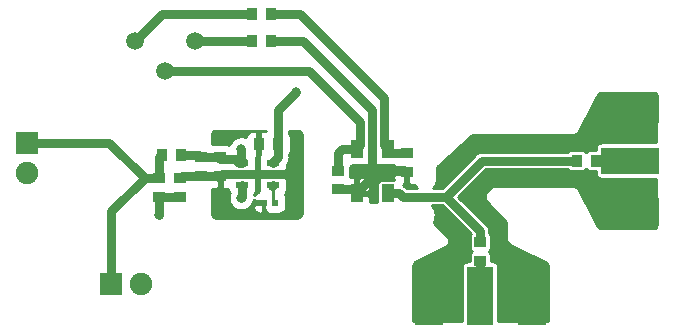
<source format=gtl>
G04 #@! TF.GenerationSoftware,KiCad,Pcbnew,5.1.4-e60b266~84~ubuntu18.04.1*
G04 #@! TF.CreationDate,2019-08-19T13:29:57+01:00*
G04 #@! TF.ProjectId,vctcxo-ref,76637463-786f-42d7-9265-662e6b696361,rev?*
G04 #@! TF.SameCoordinates,Original*
G04 #@! TF.FileFunction,Copper,L1,Top*
G04 #@! TF.FilePolarity,Positive*
%FSLAX46Y46*%
G04 Gerber Fmt 4.6, Leading zero omitted, Abs format (unit mm)*
G04 Created by KiCad (PCBNEW 5.1.4-e60b266~84~ubuntu18.04.1) date 2019-08-19 13:29:57*
%MOMM*%
%LPD*%
G04 APERTURE LIST*
%ADD10R,1.000000X1.500000*%
%ADD11R,1.000000X0.950000*%
%ADD12R,0.620000X0.620000*%
%ADD13R,0.950000X1.000000*%
%ADD14R,1.100000X0.600000*%
%ADD15R,1.900000X1.900000*%
%ADD16C,1.900000*%
%ADD17R,2.300000X5.000000*%
%ADD18R,2.400000X5.000000*%
%ADD19R,5.000000X2.300000*%
%ADD20R,5.000000X2.400000*%
%ADD21C,1.500000*%
%ADD22C,0.800000*%
%ADD23C,0.750000*%
%ADD24C,0.250000*%
%ADD25C,0.500000*%
%ADD26C,0.254000*%
G04 APERTURE END LIST*
D10*
X112746000Y-113289000D03*
X112746000Y-117089000D03*
X115346000Y-117089000D03*
X115346000Y-113289000D03*
D11*
X101155500Y-114008000D03*
X101155500Y-115608000D03*
D12*
X105796500Y-117856000D03*
X104896500Y-117856000D03*
D13*
X106019500Y-112903000D03*
X104419500Y-112903000D03*
D11*
X116967000Y-115290500D03*
X116967000Y-113690500D03*
X111125000Y-116751000D03*
X111125000Y-115151000D03*
D14*
X103030500Y-114493000D03*
X103030500Y-115443000D03*
X103030500Y-116393000D03*
X105630500Y-116393000D03*
X105630500Y-114493000D03*
D15*
X91948000Y-124714000D03*
D16*
X94488000Y-124714000D03*
D17*
X123190000Y-125730000D03*
D18*
X127565000Y-125730000D03*
X118815000Y-125730000D03*
D13*
X132943500Y-114300000D03*
X131343500Y-114300000D03*
D11*
X123190000Y-121183500D03*
X123190000Y-122783500D03*
D19*
X135890000Y-114300000D03*
D20*
X135890000Y-109925000D03*
X135890000Y-118675000D03*
D15*
X84836000Y-112776000D03*
D16*
X84836000Y-115316000D03*
D21*
X93980000Y-104140000D03*
X96520000Y-106680000D03*
X99060000Y-104140000D03*
D13*
X103848000Y-101854000D03*
X105448000Y-101854000D03*
X103848000Y-104140000D03*
X105448000Y-104140000D03*
D11*
X96012000Y-115786000D03*
X96012000Y-117386000D03*
X99568000Y-114008000D03*
X99568000Y-115608000D03*
D13*
X96228000Y-113792000D03*
X97828000Y-113792000D03*
D11*
X97790000Y-115786000D03*
X97790000Y-117386000D03*
D22*
X107569000Y-115570000D03*
X107569000Y-118618000D03*
X114046000Y-115062000D03*
X103632000Y-118745000D03*
X107569000Y-113919000D03*
X107569000Y-117094000D03*
X104394000Y-115443000D03*
X100965000Y-118618000D03*
X100965000Y-112268000D03*
X121920000Y-117348000D03*
X119761000Y-118491000D03*
X123825000Y-115443000D03*
X127127000Y-115443000D03*
X130302000Y-115443000D03*
X132207000Y-115824000D03*
X132207000Y-112776000D03*
X130302000Y-113157000D03*
X127889000Y-113157000D03*
X125476000Y-113157000D03*
X122936000Y-113157000D03*
X120015000Y-115951000D03*
X121412000Y-114554000D03*
X123190000Y-118618000D03*
X124460000Y-120269000D03*
X124587000Y-122047000D03*
X121793000Y-122047000D03*
X121412000Y-120142000D03*
X115316000Y-115062000D03*
X107569000Y-112268000D03*
X112776000Y-115062000D03*
X100965000Y-117221000D03*
X102933500Y-113284014D03*
X102933506Y-117475000D03*
X115062000Y-108965990D03*
X107569000Y-108483402D03*
X96012000Y-118872000D03*
D23*
X101485500Y-115443000D02*
X101155500Y-115773000D01*
X113055713Y-116567136D02*
X113025248Y-116535230D01*
X113054953Y-116600045D02*
X113055713Y-116567136D01*
X114046000Y-115608998D02*
X113054953Y-116600045D01*
X112408000Y-116751000D02*
X112746000Y-117089000D01*
X111125000Y-116751000D02*
X112408000Y-116751000D01*
X114046000Y-115062000D02*
X114046000Y-115608998D01*
X127565000Y-125730000D02*
X127565000Y-124430000D01*
X135890000Y-109925000D02*
X134590000Y-109925000D01*
X118815000Y-125730000D02*
X118815000Y-124430000D01*
X134590000Y-118675000D02*
X135890000Y-118675000D01*
X116738500Y-115062000D02*
X116967000Y-115290500D01*
X114046000Y-115062000D02*
X116738500Y-115062000D01*
X114046000Y-109982000D02*
X108204000Y-104140000D01*
X114046000Y-114808000D02*
X114046000Y-109982000D01*
X114046000Y-115062000D02*
X114046000Y-114808000D01*
X105448000Y-104140000D02*
X108204000Y-104140000D01*
X101320500Y-115443000D02*
X101155500Y-115608000D01*
X103030500Y-115443000D02*
X101320500Y-115443000D01*
X103030500Y-115443000D02*
X104394000Y-115443000D01*
X107251500Y-115443000D02*
X107315000Y-115379500D01*
X104394000Y-115443000D02*
X107251500Y-115443000D01*
X97968000Y-115608000D02*
X97790000Y-115786000D01*
X99568000Y-115608000D02*
X97968000Y-115608000D01*
X99568000Y-115608000D02*
X101155500Y-115608000D01*
X97790000Y-117386000D02*
X96012000Y-117386000D01*
X105542500Y-116481000D02*
X105630500Y-116393000D01*
D24*
X105630500Y-117690000D02*
X105796500Y-117856000D01*
X105630500Y-116393000D02*
X105630500Y-117690000D01*
D23*
X112746000Y-113289000D02*
X112746000Y-113530000D01*
X113030000Y-110998000D02*
X109474000Y-107442000D01*
X112746000Y-113289000D02*
X113030000Y-113005000D01*
X113030000Y-113005000D02*
X113030000Y-110998000D01*
X97790000Y-106680000D02*
X96520000Y-106680000D01*
X109474000Y-107442000D02*
X108712000Y-106680000D01*
X108712000Y-106680000D02*
X97790000Y-106680000D01*
X111496000Y-113289000D02*
X111125000Y-113660000D01*
X112746000Y-113289000D02*
X111496000Y-113289000D01*
X111125000Y-113660000D02*
X111125000Y-115151000D01*
X132943500Y-114300000D02*
X135890000Y-114300000D01*
X123190000Y-122783500D02*
X123190000Y-125730000D01*
X103030500Y-114493000D02*
X102745500Y-114493000D01*
X102745500Y-114493000D02*
X102425500Y-114173000D01*
X103030500Y-117378006D02*
X102933506Y-117475000D01*
X103030500Y-116393000D02*
X103030500Y-117378006D01*
X102935501Y-114173000D02*
X103030500Y-114267999D01*
X101155500Y-114173000D02*
X102935501Y-114173000D01*
X102933500Y-114170999D02*
X102935501Y-114173000D01*
X102933500Y-113284014D02*
X102933500Y-114170999D01*
X96012000Y-114008000D02*
X96228000Y-113792000D01*
X96012000Y-115786000D02*
X96012000Y-114008000D01*
X94762000Y-115786000D02*
X91752000Y-112776000D01*
X86536000Y-112776000D02*
X84836000Y-112776000D01*
X91752000Y-112776000D02*
X86536000Y-112776000D01*
X91948000Y-123014000D02*
X91948000Y-124714000D01*
X91948000Y-118600000D02*
X91948000Y-123014000D01*
X94762000Y-115786000D02*
X91948000Y-118600000D01*
X96012000Y-115786000D02*
X94762000Y-115786000D01*
X105630500Y-114493000D02*
X105630500Y-114397000D01*
X106019500Y-114008000D02*
X106019500Y-112903000D01*
X105630500Y-114397000D02*
X106019500Y-114008000D01*
X115747500Y-113690500D02*
X115346000Y-113289000D01*
X116967000Y-113690500D02*
X115747500Y-113690500D01*
X115062000Y-113005000D02*
X115062000Y-108965990D01*
X115346000Y-113289000D02*
X115062000Y-113005000D01*
X107950010Y-101854000D02*
X105448000Y-101854000D01*
X115062000Y-108965990D02*
X107950010Y-101854000D01*
X106019500Y-110032902D02*
X106019500Y-112903000D01*
X107569000Y-108483402D02*
X106019500Y-110032902D01*
X116541500Y-117284500D02*
X116346000Y-117089000D01*
X116346000Y-117089000D02*
X115346000Y-117089000D01*
X131343500Y-114300000D02*
X123317000Y-114300000D01*
X116605000Y-117348000D02*
X120269000Y-117348000D01*
D25*
X116346000Y-117089000D02*
X116605000Y-117348000D01*
D23*
X123190000Y-120269000D02*
X120269000Y-117348000D01*
X123190000Y-121183500D02*
X123190000Y-120269000D01*
X120269000Y-117348000D02*
X123317000Y-114300000D01*
X93960500Y-104196500D02*
X93960500Y-104159500D01*
X93980000Y-104140000D02*
X96266000Y-101854000D01*
X103848000Y-101854000D02*
X96266000Y-101854000D01*
X100330000Y-104140000D02*
X99060000Y-104140000D01*
X100330000Y-104140000D02*
X103848000Y-104140000D01*
X99568000Y-114008000D02*
X101155500Y-114008000D01*
X99352000Y-113792000D02*
X99568000Y-114008000D01*
X97828000Y-113792000D02*
X99352000Y-113792000D01*
X96012000Y-117386000D02*
X96012000Y-118872000D01*
D26*
G36*
X107794325Y-111774040D02*
G01*
X107885951Y-111811993D01*
X107964632Y-111872368D01*
X108025007Y-111951049D01*
X108062960Y-112042675D01*
X108077000Y-112149321D01*
X108077000Y-118736679D01*
X108062960Y-118843325D01*
X108025007Y-118934951D01*
X107964632Y-119013632D01*
X107885951Y-119074007D01*
X107794325Y-119111960D01*
X107687679Y-119126000D01*
X100846321Y-119126000D01*
X100739675Y-119111960D01*
X100648049Y-119074007D01*
X100569368Y-119013632D01*
X100508993Y-118934951D01*
X100471040Y-118843325D01*
X100457000Y-118736679D01*
X100457000Y-116686359D01*
X100531018Y-116708812D01*
X100655500Y-116721072D01*
X100869750Y-116718000D01*
X101028500Y-116559250D01*
X101028500Y-115735000D01*
X101008500Y-115735000D01*
X101008500Y-115481000D01*
X101028500Y-115481000D01*
X101028500Y-115461000D01*
X101282500Y-115461000D01*
X101282500Y-115481000D01*
X101302500Y-115481000D01*
X101302500Y-115735000D01*
X101282500Y-115735000D01*
X101282500Y-116559250D01*
X101441250Y-116718000D01*
X101655500Y-116721072D01*
X101779982Y-116708812D01*
X101842428Y-116689869D01*
X101842428Y-116693000D01*
X101854688Y-116817482D01*
X101890998Y-116937180D01*
X101949963Y-117047494D01*
X101976776Y-117080166D01*
X101938280Y-117173102D01*
X101898506Y-117373061D01*
X101898506Y-117576939D01*
X101938280Y-117776898D01*
X102016301Y-117965256D01*
X102129569Y-118134774D01*
X102273732Y-118278937D01*
X102443250Y-118392205D01*
X102631608Y-118470226D01*
X102831567Y-118510000D01*
X103035445Y-118510000D01*
X103235404Y-118470226D01*
X103423762Y-118392205D01*
X103593280Y-118278937D01*
X103706217Y-118166000D01*
X103948428Y-118166000D01*
X103960688Y-118290482D01*
X103996998Y-118410180D01*
X104055963Y-118520494D01*
X104135315Y-118617185D01*
X104232006Y-118696537D01*
X104342320Y-118755502D01*
X104462018Y-118791812D01*
X104586500Y-118804072D01*
X104610750Y-118801000D01*
X104769500Y-118642250D01*
X104769500Y-117983000D01*
X104110250Y-117983000D01*
X103951500Y-118141750D01*
X103948428Y-118166000D01*
X103706217Y-118166000D01*
X103737443Y-118134774D01*
X103831327Y-117994266D01*
X103874347Y-117941846D01*
X103968132Y-117766386D01*
X104009911Y-117628661D01*
X104110250Y-117729000D01*
X104769500Y-117729000D01*
X104769500Y-117709000D01*
X104848428Y-117709000D01*
X104848428Y-118166000D01*
X104860688Y-118290482D01*
X104896998Y-118410180D01*
X104955963Y-118520494D01*
X105023500Y-118602788D01*
X105023500Y-118642250D01*
X105182250Y-118801000D01*
X105206500Y-118804072D01*
X105330982Y-118791812D01*
X105346500Y-118787105D01*
X105362018Y-118791812D01*
X105486500Y-118804072D01*
X106106500Y-118804072D01*
X106230982Y-118791812D01*
X106350680Y-118755502D01*
X106460994Y-118696537D01*
X106557685Y-118617185D01*
X106637037Y-118520494D01*
X106696002Y-118410180D01*
X106732312Y-118290482D01*
X106744572Y-118166000D01*
X106744572Y-117546000D01*
X106732312Y-117421518D01*
X106696002Y-117301820D01*
X106637037Y-117191506D01*
X106611677Y-117160605D01*
X106631685Y-117144185D01*
X106711037Y-117047494D01*
X106770002Y-116937180D01*
X106806312Y-116817482D01*
X106818572Y-116693000D01*
X106818572Y-116093000D01*
X106806312Y-115968518D01*
X106770002Y-115848820D01*
X106711037Y-115738506D01*
X106631685Y-115641815D01*
X106534994Y-115562463D01*
X106424680Y-115503498D01*
X106304982Y-115467188D01*
X106180500Y-115454928D01*
X106017429Y-115454928D01*
X105978107Y-115443000D01*
X106017429Y-115431072D01*
X106180500Y-115431072D01*
X106304982Y-115418812D01*
X106424680Y-115382502D01*
X106534994Y-115323537D01*
X106631685Y-115244185D01*
X106711037Y-115147494D01*
X106770002Y-115037180D01*
X106806312Y-114917482D01*
X106818572Y-114793000D01*
X106818572Y-114626399D01*
X106863347Y-114571840D01*
X106957132Y-114396380D01*
X107014885Y-114205994D01*
X107029500Y-114057608D01*
X107029500Y-114057606D01*
X107034386Y-114008001D01*
X107029500Y-113958396D01*
X107029500Y-113749144D01*
X107084002Y-113647180D01*
X107120312Y-113527482D01*
X107132572Y-113403000D01*
X107132572Y-112403000D01*
X107120312Y-112278518D01*
X107084002Y-112158820D01*
X107029500Y-112056856D01*
X107029500Y-111760000D01*
X107687679Y-111760000D01*
X107794325Y-111774040D01*
X107794325Y-111774040D01*
G37*
X107794325Y-111774040D02*
X107885951Y-111811993D01*
X107964632Y-111872368D01*
X108025007Y-111951049D01*
X108062960Y-112042675D01*
X108077000Y-112149321D01*
X108077000Y-118736679D01*
X108062960Y-118843325D01*
X108025007Y-118934951D01*
X107964632Y-119013632D01*
X107885951Y-119074007D01*
X107794325Y-119111960D01*
X107687679Y-119126000D01*
X100846321Y-119126000D01*
X100739675Y-119111960D01*
X100648049Y-119074007D01*
X100569368Y-119013632D01*
X100508993Y-118934951D01*
X100471040Y-118843325D01*
X100457000Y-118736679D01*
X100457000Y-116686359D01*
X100531018Y-116708812D01*
X100655500Y-116721072D01*
X100869750Y-116718000D01*
X101028500Y-116559250D01*
X101028500Y-115735000D01*
X101008500Y-115735000D01*
X101008500Y-115481000D01*
X101028500Y-115481000D01*
X101028500Y-115461000D01*
X101282500Y-115461000D01*
X101282500Y-115481000D01*
X101302500Y-115481000D01*
X101302500Y-115735000D01*
X101282500Y-115735000D01*
X101282500Y-116559250D01*
X101441250Y-116718000D01*
X101655500Y-116721072D01*
X101779982Y-116708812D01*
X101842428Y-116689869D01*
X101842428Y-116693000D01*
X101854688Y-116817482D01*
X101890998Y-116937180D01*
X101949963Y-117047494D01*
X101976776Y-117080166D01*
X101938280Y-117173102D01*
X101898506Y-117373061D01*
X101898506Y-117576939D01*
X101938280Y-117776898D01*
X102016301Y-117965256D01*
X102129569Y-118134774D01*
X102273732Y-118278937D01*
X102443250Y-118392205D01*
X102631608Y-118470226D01*
X102831567Y-118510000D01*
X103035445Y-118510000D01*
X103235404Y-118470226D01*
X103423762Y-118392205D01*
X103593280Y-118278937D01*
X103706217Y-118166000D01*
X103948428Y-118166000D01*
X103960688Y-118290482D01*
X103996998Y-118410180D01*
X104055963Y-118520494D01*
X104135315Y-118617185D01*
X104232006Y-118696537D01*
X104342320Y-118755502D01*
X104462018Y-118791812D01*
X104586500Y-118804072D01*
X104610750Y-118801000D01*
X104769500Y-118642250D01*
X104769500Y-117983000D01*
X104110250Y-117983000D01*
X103951500Y-118141750D01*
X103948428Y-118166000D01*
X103706217Y-118166000D01*
X103737443Y-118134774D01*
X103831327Y-117994266D01*
X103874347Y-117941846D01*
X103968132Y-117766386D01*
X104009911Y-117628661D01*
X104110250Y-117729000D01*
X104769500Y-117729000D01*
X104769500Y-117709000D01*
X104848428Y-117709000D01*
X104848428Y-118166000D01*
X104860688Y-118290482D01*
X104896998Y-118410180D01*
X104955963Y-118520494D01*
X105023500Y-118602788D01*
X105023500Y-118642250D01*
X105182250Y-118801000D01*
X105206500Y-118804072D01*
X105330982Y-118791812D01*
X105346500Y-118787105D01*
X105362018Y-118791812D01*
X105486500Y-118804072D01*
X106106500Y-118804072D01*
X106230982Y-118791812D01*
X106350680Y-118755502D01*
X106460994Y-118696537D01*
X106557685Y-118617185D01*
X106637037Y-118520494D01*
X106696002Y-118410180D01*
X106732312Y-118290482D01*
X106744572Y-118166000D01*
X106744572Y-117546000D01*
X106732312Y-117421518D01*
X106696002Y-117301820D01*
X106637037Y-117191506D01*
X106611677Y-117160605D01*
X106631685Y-117144185D01*
X106711037Y-117047494D01*
X106770002Y-116937180D01*
X106806312Y-116817482D01*
X106818572Y-116693000D01*
X106818572Y-116093000D01*
X106806312Y-115968518D01*
X106770002Y-115848820D01*
X106711037Y-115738506D01*
X106631685Y-115641815D01*
X106534994Y-115562463D01*
X106424680Y-115503498D01*
X106304982Y-115467188D01*
X106180500Y-115454928D01*
X106017429Y-115454928D01*
X105978107Y-115443000D01*
X106017429Y-115431072D01*
X106180500Y-115431072D01*
X106304982Y-115418812D01*
X106424680Y-115382502D01*
X106534994Y-115323537D01*
X106631685Y-115244185D01*
X106711037Y-115147494D01*
X106770002Y-115037180D01*
X106806312Y-114917482D01*
X106818572Y-114793000D01*
X106818572Y-114626399D01*
X106863347Y-114571840D01*
X106957132Y-114396380D01*
X107014885Y-114205994D01*
X107029500Y-114057608D01*
X107029500Y-114057606D01*
X107034386Y-114008001D01*
X107029500Y-113958396D01*
X107029500Y-113749144D01*
X107084002Y-113647180D01*
X107120312Y-113527482D01*
X107132572Y-113403000D01*
X107132572Y-112403000D01*
X107120312Y-112278518D01*
X107084002Y-112158820D01*
X107029500Y-112056856D01*
X107029500Y-111760000D01*
X107687679Y-111760000D01*
X107794325Y-111774040D01*
G36*
X105009501Y-111776254D02*
G01*
X104894500Y-111764928D01*
X104705250Y-111768000D01*
X104546500Y-111926750D01*
X104546500Y-112776000D01*
X104566500Y-112776000D01*
X104566500Y-113030000D01*
X104546500Y-113030000D01*
X104546500Y-113844985D01*
X104490998Y-113948820D01*
X104454688Y-114068518D01*
X104442428Y-114193000D01*
X104442428Y-114793000D01*
X104454688Y-114917482D01*
X104490998Y-115037180D01*
X104549963Y-115147494D01*
X104629315Y-115244185D01*
X104726006Y-115323537D01*
X104836320Y-115382502D01*
X104956018Y-115418812D01*
X105080500Y-115431072D01*
X105243570Y-115431072D01*
X105282892Y-115443000D01*
X105243571Y-115454928D01*
X105080500Y-115454928D01*
X104956018Y-115467188D01*
X104836320Y-115503498D01*
X104726006Y-115562463D01*
X104629315Y-115641815D01*
X104549963Y-115738506D01*
X104490998Y-115848820D01*
X104454688Y-115968518D01*
X104442428Y-116093000D01*
X104442428Y-116693000D01*
X104454688Y-116817482D01*
X104485152Y-116917910D01*
X104462018Y-116920188D01*
X104342320Y-116956498D01*
X104232006Y-117015463D01*
X104135315Y-117094815D01*
X104055963Y-117191506D01*
X104040500Y-117220435D01*
X104040500Y-117133444D01*
X104111037Y-117047494D01*
X104170002Y-116937180D01*
X104206312Y-116817482D01*
X104218572Y-116693000D01*
X104218572Y-116093000D01*
X104206312Y-115968518D01*
X104190988Y-115918000D01*
X104206312Y-115867482D01*
X104218572Y-115743000D01*
X104215500Y-115728750D01*
X104056750Y-115570000D01*
X103944178Y-115570000D01*
X103934994Y-115562463D01*
X103824680Y-115503498D01*
X103704982Y-115467188D01*
X103580500Y-115454928D01*
X103417429Y-115454928D01*
X103378108Y-115443000D01*
X103417430Y-115431072D01*
X103580500Y-115431072D01*
X103704982Y-115418812D01*
X103824680Y-115382502D01*
X103934994Y-115323537D01*
X103944178Y-115316000D01*
X104056750Y-115316000D01*
X104215500Y-115157250D01*
X104218572Y-115143000D01*
X104206312Y-115018518D01*
X104190988Y-114968000D01*
X104206312Y-114917482D01*
X104218572Y-114793000D01*
X104218572Y-114193000D01*
X104206312Y-114068518D01*
X104182321Y-113989429D01*
X104292500Y-113879250D01*
X104292500Y-113030000D01*
X104272500Y-113030000D01*
X104272500Y-112776000D01*
X104292500Y-112776000D01*
X104292500Y-111926750D01*
X104133750Y-111768000D01*
X103944500Y-111764928D01*
X103820018Y-111777188D01*
X103700320Y-111813498D01*
X103590006Y-111872463D01*
X103493315Y-111951815D01*
X103413963Y-112048506D01*
X103354998Y-112158820D01*
X103318688Y-112278518D01*
X103314452Y-112321533D01*
X103235398Y-112288788D01*
X103035439Y-112249014D01*
X102831561Y-112249014D01*
X102631602Y-112288788D01*
X102443244Y-112366809D01*
X102273726Y-112480077D01*
X102129563Y-112624240D01*
X102016295Y-112793758D01*
X101944375Y-112967388D01*
X101899680Y-112943498D01*
X101779982Y-112907188D01*
X101655500Y-112894928D01*
X100655500Y-112894928D01*
X100531018Y-112907188D01*
X100457000Y-112929641D01*
X100457000Y-112149321D01*
X100471040Y-112042675D01*
X100508993Y-111951049D01*
X100569368Y-111872368D01*
X100648049Y-111811993D01*
X100739675Y-111774040D01*
X100846321Y-111760000D01*
X105009501Y-111760000D01*
X105009501Y-111776254D01*
X105009501Y-111776254D01*
G37*
X105009501Y-111776254D02*
X104894500Y-111764928D01*
X104705250Y-111768000D01*
X104546500Y-111926750D01*
X104546500Y-112776000D01*
X104566500Y-112776000D01*
X104566500Y-113030000D01*
X104546500Y-113030000D01*
X104546500Y-113844985D01*
X104490998Y-113948820D01*
X104454688Y-114068518D01*
X104442428Y-114193000D01*
X104442428Y-114793000D01*
X104454688Y-114917482D01*
X104490998Y-115037180D01*
X104549963Y-115147494D01*
X104629315Y-115244185D01*
X104726006Y-115323537D01*
X104836320Y-115382502D01*
X104956018Y-115418812D01*
X105080500Y-115431072D01*
X105243570Y-115431072D01*
X105282892Y-115443000D01*
X105243571Y-115454928D01*
X105080500Y-115454928D01*
X104956018Y-115467188D01*
X104836320Y-115503498D01*
X104726006Y-115562463D01*
X104629315Y-115641815D01*
X104549963Y-115738506D01*
X104490998Y-115848820D01*
X104454688Y-115968518D01*
X104442428Y-116093000D01*
X104442428Y-116693000D01*
X104454688Y-116817482D01*
X104485152Y-116917910D01*
X104462018Y-116920188D01*
X104342320Y-116956498D01*
X104232006Y-117015463D01*
X104135315Y-117094815D01*
X104055963Y-117191506D01*
X104040500Y-117220435D01*
X104040500Y-117133444D01*
X104111037Y-117047494D01*
X104170002Y-116937180D01*
X104206312Y-116817482D01*
X104218572Y-116693000D01*
X104218572Y-116093000D01*
X104206312Y-115968518D01*
X104190988Y-115918000D01*
X104206312Y-115867482D01*
X104218572Y-115743000D01*
X104215500Y-115728750D01*
X104056750Y-115570000D01*
X103944178Y-115570000D01*
X103934994Y-115562463D01*
X103824680Y-115503498D01*
X103704982Y-115467188D01*
X103580500Y-115454928D01*
X103417429Y-115454928D01*
X103378108Y-115443000D01*
X103417430Y-115431072D01*
X103580500Y-115431072D01*
X103704982Y-115418812D01*
X103824680Y-115382502D01*
X103934994Y-115323537D01*
X103944178Y-115316000D01*
X104056750Y-115316000D01*
X104215500Y-115157250D01*
X104218572Y-115143000D01*
X104206312Y-115018518D01*
X104190988Y-114968000D01*
X104206312Y-114917482D01*
X104218572Y-114793000D01*
X104218572Y-114193000D01*
X104206312Y-114068518D01*
X104182321Y-113989429D01*
X104292500Y-113879250D01*
X104292500Y-113030000D01*
X104272500Y-113030000D01*
X104272500Y-112776000D01*
X104292500Y-112776000D01*
X104292500Y-111926750D01*
X104133750Y-111768000D01*
X103944500Y-111764928D01*
X103820018Y-111777188D01*
X103700320Y-111813498D01*
X103590006Y-111872463D01*
X103493315Y-111951815D01*
X103413963Y-112048506D01*
X103354998Y-112158820D01*
X103318688Y-112278518D01*
X103314452Y-112321533D01*
X103235398Y-112288788D01*
X103035439Y-112249014D01*
X102831561Y-112249014D01*
X102631602Y-112288788D01*
X102443244Y-112366809D01*
X102273726Y-112480077D01*
X102129563Y-112624240D01*
X102016295Y-112793758D01*
X101944375Y-112967388D01*
X101899680Y-112943498D01*
X101779982Y-112907188D01*
X101655500Y-112894928D01*
X100655500Y-112894928D01*
X100531018Y-112907188D01*
X100457000Y-112929641D01*
X100457000Y-112149321D01*
X100471040Y-112042675D01*
X100508993Y-111951049D01*
X100569368Y-111872368D01*
X100648049Y-111811993D01*
X100739675Y-111774040D01*
X100846321Y-111760000D01*
X105009501Y-111760000D01*
X105009501Y-111776254D01*
G36*
X132150178Y-115012696D02*
G01*
X132197789Y-115070711D01*
X132255804Y-115118322D01*
X132321992Y-115153701D01*
X132393811Y-115175487D01*
X132468500Y-115182843D01*
X133007157Y-115182843D01*
X133007157Y-115450000D01*
X133014513Y-115524689D01*
X133036299Y-115596508D01*
X133071678Y-115662696D01*
X133119289Y-115720711D01*
X133177304Y-115768322D01*
X133243492Y-115803701D01*
X133315311Y-115825487D01*
X133390000Y-115832843D01*
X138024001Y-115832843D01*
X138024001Y-119999437D01*
X138020325Y-120000960D01*
X137913679Y-120015000D01*
X133418765Y-120015000D01*
X133306182Y-119999319D01*
X133210302Y-119957055D01*
X133129622Y-119890199D01*
X133065246Y-119796512D01*
X131572000Y-116810019D01*
X131563079Y-116794891D01*
X131483703Y-116679375D01*
X131460065Y-116653510D01*
X131352143Y-116564080D01*
X131322336Y-116545658D01*
X131194084Y-116489124D01*
X131160378Y-116479549D01*
X131021559Y-116460214D01*
X131004039Y-116459000D01*
X124416420Y-116459000D01*
X124399843Y-116460087D01*
X124268363Y-116477397D01*
X124236340Y-116485977D01*
X124113820Y-116536726D01*
X124085107Y-116553303D01*
X123979897Y-116634034D01*
X123967407Y-116644987D01*
X123756987Y-116855407D01*
X123746034Y-116867897D01*
X123665303Y-116973107D01*
X123648726Y-117001820D01*
X123597977Y-117124340D01*
X123589397Y-117156363D01*
X123572087Y-117287843D01*
X123571000Y-117304420D01*
X123571000Y-117391580D01*
X123572087Y-117408157D01*
X123589397Y-117539637D01*
X123597977Y-117571660D01*
X123648726Y-117694180D01*
X123665303Y-117722893D01*
X123746034Y-117828103D01*
X123756987Y-117840593D01*
X125231523Y-119315129D01*
X125297007Y-119400469D01*
X125334960Y-119492095D01*
X125349000Y-119598741D01*
X125349000Y-120844039D01*
X125350214Y-120861559D01*
X125369549Y-121000378D01*
X125379124Y-121034084D01*
X125435658Y-121162336D01*
X125454080Y-121192143D01*
X125543510Y-121300065D01*
X125569375Y-121323703D01*
X125684891Y-121403079D01*
X125700019Y-121412000D01*
X128686512Y-122905246D01*
X128780199Y-122969622D01*
X128847055Y-123050302D01*
X128889319Y-123146182D01*
X128905000Y-123258765D01*
X128905000Y-127753679D01*
X128890960Y-127860325D01*
X128889438Y-127864000D01*
X124722843Y-127864000D01*
X124722843Y-123230000D01*
X124715487Y-123155311D01*
X124693701Y-123083492D01*
X124658322Y-123017304D01*
X124610711Y-122959289D01*
X124552696Y-122911678D01*
X124486508Y-122876299D01*
X124414689Y-122854513D01*
X124340000Y-122847157D01*
X124072843Y-122847157D01*
X124072843Y-122308500D01*
X124065487Y-122233811D01*
X124043701Y-122161992D01*
X124008322Y-122095804D01*
X123960711Y-122037789D01*
X123902696Y-121990178D01*
X123890203Y-121983500D01*
X123902696Y-121976822D01*
X123960711Y-121929211D01*
X124008322Y-121871196D01*
X124043701Y-121805008D01*
X124065487Y-121733189D01*
X124072843Y-121658500D01*
X124072843Y-120708500D01*
X124065487Y-120633811D01*
X124043701Y-120561992D01*
X124008322Y-120495804D01*
X123960711Y-120437789D01*
X123946000Y-120425716D01*
X123946000Y-120306129D01*
X123949657Y-120269000D01*
X123935060Y-120120798D01*
X123891832Y-119978292D01*
X123821632Y-119846957D01*
X123727159Y-119731841D01*
X123698317Y-119708171D01*
X121338144Y-117348000D01*
X123630145Y-115056000D01*
X130585716Y-115056000D01*
X130597789Y-115070711D01*
X130655804Y-115118322D01*
X130721992Y-115153701D01*
X130793811Y-115175487D01*
X130868500Y-115182843D01*
X131818500Y-115182843D01*
X131893189Y-115175487D01*
X131965008Y-115153701D01*
X132031196Y-115118322D01*
X132089211Y-115070711D01*
X132136822Y-115012696D01*
X132143500Y-115000203D01*
X132150178Y-115012696D01*
X132150178Y-115012696D01*
G37*
X132150178Y-115012696D02*
X132197789Y-115070711D01*
X132255804Y-115118322D01*
X132321992Y-115153701D01*
X132393811Y-115175487D01*
X132468500Y-115182843D01*
X133007157Y-115182843D01*
X133007157Y-115450000D01*
X133014513Y-115524689D01*
X133036299Y-115596508D01*
X133071678Y-115662696D01*
X133119289Y-115720711D01*
X133177304Y-115768322D01*
X133243492Y-115803701D01*
X133315311Y-115825487D01*
X133390000Y-115832843D01*
X138024001Y-115832843D01*
X138024001Y-119999437D01*
X138020325Y-120000960D01*
X137913679Y-120015000D01*
X133418765Y-120015000D01*
X133306182Y-119999319D01*
X133210302Y-119957055D01*
X133129622Y-119890199D01*
X133065246Y-119796512D01*
X131572000Y-116810019D01*
X131563079Y-116794891D01*
X131483703Y-116679375D01*
X131460065Y-116653510D01*
X131352143Y-116564080D01*
X131322336Y-116545658D01*
X131194084Y-116489124D01*
X131160378Y-116479549D01*
X131021559Y-116460214D01*
X131004039Y-116459000D01*
X124416420Y-116459000D01*
X124399843Y-116460087D01*
X124268363Y-116477397D01*
X124236340Y-116485977D01*
X124113820Y-116536726D01*
X124085107Y-116553303D01*
X123979897Y-116634034D01*
X123967407Y-116644987D01*
X123756987Y-116855407D01*
X123746034Y-116867897D01*
X123665303Y-116973107D01*
X123648726Y-117001820D01*
X123597977Y-117124340D01*
X123589397Y-117156363D01*
X123572087Y-117287843D01*
X123571000Y-117304420D01*
X123571000Y-117391580D01*
X123572087Y-117408157D01*
X123589397Y-117539637D01*
X123597977Y-117571660D01*
X123648726Y-117694180D01*
X123665303Y-117722893D01*
X123746034Y-117828103D01*
X123756987Y-117840593D01*
X125231523Y-119315129D01*
X125297007Y-119400469D01*
X125334960Y-119492095D01*
X125349000Y-119598741D01*
X125349000Y-120844039D01*
X125350214Y-120861559D01*
X125369549Y-121000378D01*
X125379124Y-121034084D01*
X125435658Y-121162336D01*
X125454080Y-121192143D01*
X125543510Y-121300065D01*
X125569375Y-121323703D01*
X125684891Y-121403079D01*
X125700019Y-121412000D01*
X128686512Y-122905246D01*
X128780199Y-122969622D01*
X128847055Y-123050302D01*
X128889319Y-123146182D01*
X128905000Y-123258765D01*
X128905000Y-127753679D01*
X128890960Y-127860325D01*
X128889438Y-127864000D01*
X124722843Y-127864000D01*
X124722843Y-123230000D01*
X124715487Y-123155311D01*
X124693701Y-123083492D01*
X124658322Y-123017304D01*
X124610711Y-122959289D01*
X124552696Y-122911678D01*
X124486508Y-122876299D01*
X124414689Y-122854513D01*
X124340000Y-122847157D01*
X124072843Y-122847157D01*
X124072843Y-122308500D01*
X124065487Y-122233811D01*
X124043701Y-122161992D01*
X124008322Y-122095804D01*
X123960711Y-122037789D01*
X123902696Y-121990178D01*
X123890203Y-121983500D01*
X123902696Y-121976822D01*
X123960711Y-121929211D01*
X124008322Y-121871196D01*
X124043701Y-121805008D01*
X124065487Y-121733189D01*
X124072843Y-121658500D01*
X124072843Y-120708500D01*
X124065487Y-120633811D01*
X124043701Y-120561992D01*
X124008322Y-120495804D01*
X123960711Y-120437789D01*
X123946000Y-120425716D01*
X123946000Y-120306129D01*
X123949657Y-120269000D01*
X123935060Y-120120798D01*
X123891832Y-119978292D01*
X123821632Y-119846957D01*
X123727159Y-119731841D01*
X123698317Y-119708171D01*
X121338144Y-117348000D01*
X123630145Y-115056000D01*
X130585716Y-115056000D01*
X130597789Y-115070711D01*
X130655804Y-115118322D01*
X130721992Y-115153701D01*
X130793811Y-115175487D01*
X130868500Y-115182843D01*
X131818500Y-115182843D01*
X131893189Y-115175487D01*
X131965008Y-115153701D01*
X132031196Y-115118322D01*
X132089211Y-115070711D01*
X132136822Y-115012696D01*
X132143500Y-115000203D01*
X132150178Y-115012696D01*
G36*
X122363311Y-120511457D02*
G01*
X122336299Y-120561992D01*
X122314513Y-120633811D01*
X122307157Y-120708500D01*
X122307157Y-121658500D01*
X122314513Y-121733189D01*
X122336299Y-121805008D01*
X122371678Y-121871196D01*
X122419289Y-121929211D01*
X122477304Y-121976822D01*
X122489797Y-121983500D01*
X122477304Y-121990178D01*
X122419289Y-122037789D01*
X122371678Y-122095804D01*
X122336299Y-122161992D01*
X122314513Y-122233811D01*
X122307157Y-122308500D01*
X122307157Y-122847157D01*
X122040000Y-122847157D01*
X121965311Y-122854513D01*
X121893492Y-122876299D01*
X121827304Y-122911678D01*
X121769289Y-122959289D01*
X121721678Y-123017304D01*
X121686299Y-123083492D01*
X121664513Y-123155311D01*
X121657157Y-123230000D01*
X121657157Y-127864000D01*
X117490562Y-127864000D01*
X117489040Y-127860325D01*
X117475000Y-127753679D01*
X117475000Y-123258765D01*
X117490681Y-123146182D01*
X117532945Y-123050302D01*
X117599801Y-122969622D01*
X117693488Y-122905246D01*
X120225611Y-121639184D01*
X120240738Y-121630264D01*
X120334194Y-121566048D01*
X120360061Y-121542408D01*
X120432410Y-121455097D01*
X120450831Y-121425291D01*
X120496568Y-121321533D01*
X120506143Y-121287827D01*
X120521786Y-121175520D01*
X120523000Y-121158000D01*
X120523000Y-121114420D01*
X120521913Y-121097843D01*
X120504603Y-120966363D01*
X120496023Y-120934340D01*
X120445274Y-120811820D01*
X120428697Y-120783107D01*
X120347966Y-120677897D01*
X120337013Y-120665407D01*
X119370477Y-119698871D01*
X119304993Y-119613531D01*
X119267040Y-119521905D01*
X119253000Y-119415259D01*
X119253000Y-119411831D01*
X119255139Y-119407810D01*
X119255144Y-119407802D01*
X119255147Y-119407794D01*
X119312560Y-119297974D01*
X119326349Y-119263845D01*
X119340605Y-119229931D01*
X119342244Y-119224504D01*
X119377234Y-119105616D01*
X119384132Y-119069454D01*
X119391527Y-119033429D01*
X119392081Y-119027787D01*
X119403314Y-118904367D01*
X119403057Y-118867529D01*
X119403313Y-118830768D01*
X119402761Y-118825126D01*
X119389806Y-118701875D01*
X119382401Y-118665802D01*
X119375511Y-118629686D01*
X119373873Y-118624259D01*
X119337226Y-118505871D01*
X119322965Y-118471944D01*
X119309182Y-118437831D01*
X119306521Y-118432825D01*
X119247577Y-118323810D01*
X119226971Y-118293260D01*
X119206850Y-118262513D01*
X119203268Y-118258119D01*
X119124272Y-118162629D01*
X119098137Y-118136675D01*
X119072415Y-118110410D01*
X119068048Y-118106796D01*
X119064620Y-118104000D01*
X119955856Y-118104000D01*
X122363311Y-120511457D01*
X122363311Y-120511457D01*
G37*
X122363311Y-120511457D02*
X122336299Y-120561992D01*
X122314513Y-120633811D01*
X122307157Y-120708500D01*
X122307157Y-121658500D01*
X122314513Y-121733189D01*
X122336299Y-121805008D01*
X122371678Y-121871196D01*
X122419289Y-121929211D01*
X122477304Y-121976822D01*
X122489797Y-121983500D01*
X122477304Y-121990178D01*
X122419289Y-122037789D01*
X122371678Y-122095804D01*
X122336299Y-122161992D01*
X122314513Y-122233811D01*
X122307157Y-122308500D01*
X122307157Y-122847157D01*
X122040000Y-122847157D01*
X121965311Y-122854513D01*
X121893492Y-122876299D01*
X121827304Y-122911678D01*
X121769289Y-122959289D01*
X121721678Y-123017304D01*
X121686299Y-123083492D01*
X121664513Y-123155311D01*
X121657157Y-123230000D01*
X121657157Y-127864000D01*
X117490562Y-127864000D01*
X117489040Y-127860325D01*
X117475000Y-127753679D01*
X117475000Y-123258765D01*
X117490681Y-123146182D01*
X117532945Y-123050302D01*
X117599801Y-122969622D01*
X117693488Y-122905246D01*
X120225611Y-121639184D01*
X120240738Y-121630264D01*
X120334194Y-121566048D01*
X120360061Y-121542408D01*
X120432410Y-121455097D01*
X120450831Y-121425291D01*
X120496568Y-121321533D01*
X120506143Y-121287827D01*
X120521786Y-121175520D01*
X120523000Y-121158000D01*
X120523000Y-121114420D01*
X120521913Y-121097843D01*
X120504603Y-120966363D01*
X120496023Y-120934340D01*
X120445274Y-120811820D01*
X120428697Y-120783107D01*
X120347966Y-120677897D01*
X120337013Y-120665407D01*
X119370477Y-119698871D01*
X119304993Y-119613531D01*
X119267040Y-119521905D01*
X119253000Y-119415259D01*
X119253000Y-119411831D01*
X119255139Y-119407810D01*
X119255144Y-119407802D01*
X119255147Y-119407794D01*
X119312560Y-119297974D01*
X119326349Y-119263845D01*
X119340605Y-119229931D01*
X119342244Y-119224504D01*
X119377234Y-119105616D01*
X119384132Y-119069454D01*
X119391527Y-119033429D01*
X119392081Y-119027787D01*
X119403314Y-118904367D01*
X119403057Y-118867529D01*
X119403313Y-118830768D01*
X119402761Y-118825126D01*
X119389806Y-118701875D01*
X119382401Y-118665802D01*
X119375511Y-118629686D01*
X119373873Y-118624259D01*
X119337226Y-118505871D01*
X119322965Y-118471944D01*
X119309182Y-118437831D01*
X119306521Y-118432825D01*
X119247577Y-118323810D01*
X119226971Y-118293260D01*
X119206850Y-118262513D01*
X119203268Y-118258119D01*
X119124272Y-118162629D01*
X119098137Y-118136675D01*
X119072415Y-118110410D01*
X119068048Y-118106796D01*
X119064620Y-118104000D01*
X119955856Y-118104000D01*
X122363311Y-120511457D01*
G36*
X115841188Y-114691018D02*
G01*
X115828928Y-114815500D01*
X115832000Y-115004750D01*
X115990750Y-115163500D01*
X116840000Y-115163500D01*
X116840000Y-115143500D01*
X117094000Y-115143500D01*
X117094000Y-115163500D01*
X117114000Y-115163500D01*
X117114000Y-115417500D01*
X117094000Y-115417500D01*
X117094000Y-116241750D01*
X117252750Y-116400500D01*
X117467000Y-116403572D01*
X117591482Y-116391312D01*
X117615220Y-116384111D01*
X117632085Y-116408743D01*
X117652426Y-116439358D01*
X117656039Y-116443726D01*
X117735700Y-116538662D01*
X117761988Y-116564404D01*
X117787919Y-116590517D01*
X117789737Y-116592000D01*
X116918144Y-116592000D01*
X116906837Y-116580693D01*
X116883159Y-116551841D01*
X116768043Y-116457368D01*
X116662162Y-116400774D01*
X116681250Y-116400500D01*
X116840000Y-116241750D01*
X116840000Y-115417500D01*
X115990750Y-115417500D01*
X115832000Y-115576250D01*
X115828928Y-115765500D01*
X115841188Y-115889982D01*
X115861732Y-115957706D01*
X115846000Y-115956157D01*
X114846000Y-115956157D01*
X114771311Y-115963513D01*
X114699492Y-115985299D01*
X114633304Y-116020678D01*
X114575289Y-116068289D01*
X114527678Y-116126304D01*
X114492299Y-116192492D01*
X114470513Y-116264311D01*
X114463157Y-116339000D01*
X114463157Y-117831000D01*
X113884019Y-117831000D01*
X113881000Y-117374750D01*
X113722250Y-117216000D01*
X112873000Y-117216000D01*
X112873000Y-117236000D01*
X112619000Y-117236000D01*
X112619000Y-117216000D01*
X112599000Y-117216000D01*
X112599000Y-116962000D01*
X112619000Y-116962000D01*
X112619000Y-115862750D01*
X112873000Y-115862750D01*
X112873000Y-116962000D01*
X113722250Y-116962000D01*
X113881000Y-116803250D01*
X113884072Y-116339000D01*
X113871812Y-116214518D01*
X113835502Y-116094820D01*
X113776537Y-115984506D01*
X113697185Y-115887815D01*
X113600494Y-115808463D01*
X113490180Y-115749498D01*
X113370482Y-115713188D01*
X113246000Y-115700928D01*
X113031750Y-115704000D01*
X112873000Y-115862750D01*
X112619000Y-115862750D01*
X112460250Y-115704000D01*
X112246000Y-115700928D01*
X112141000Y-115711269D01*
X112141000Y-115070321D01*
X112155040Y-114963675D01*
X112192993Y-114872049D01*
X112253368Y-114793368D01*
X112332049Y-114732993D01*
X112423675Y-114695040D01*
X112530321Y-114681000D01*
X115844227Y-114681000D01*
X115841188Y-114691018D01*
X115841188Y-114691018D01*
G37*
X115841188Y-114691018D02*
X115828928Y-114815500D01*
X115832000Y-115004750D01*
X115990750Y-115163500D01*
X116840000Y-115163500D01*
X116840000Y-115143500D01*
X117094000Y-115143500D01*
X117094000Y-115163500D01*
X117114000Y-115163500D01*
X117114000Y-115417500D01*
X117094000Y-115417500D01*
X117094000Y-116241750D01*
X117252750Y-116400500D01*
X117467000Y-116403572D01*
X117591482Y-116391312D01*
X117615220Y-116384111D01*
X117632085Y-116408743D01*
X117652426Y-116439358D01*
X117656039Y-116443726D01*
X117735700Y-116538662D01*
X117761988Y-116564404D01*
X117787919Y-116590517D01*
X117789737Y-116592000D01*
X116918144Y-116592000D01*
X116906837Y-116580693D01*
X116883159Y-116551841D01*
X116768043Y-116457368D01*
X116662162Y-116400774D01*
X116681250Y-116400500D01*
X116840000Y-116241750D01*
X116840000Y-115417500D01*
X115990750Y-115417500D01*
X115832000Y-115576250D01*
X115828928Y-115765500D01*
X115841188Y-115889982D01*
X115861732Y-115957706D01*
X115846000Y-115956157D01*
X114846000Y-115956157D01*
X114771311Y-115963513D01*
X114699492Y-115985299D01*
X114633304Y-116020678D01*
X114575289Y-116068289D01*
X114527678Y-116126304D01*
X114492299Y-116192492D01*
X114470513Y-116264311D01*
X114463157Y-116339000D01*
X114463157Y-117831000D01*
X113884019Y-117831000D01*
X113881000Y-117374750D01*
X113722250Y-117216000D01*
X112873000Y-117216000D01*
X112873000Y-117236000D01*
X112619000Y-117236000D01*
X112619000Y-117216000D01*
X112599000Y-117216000D01*
X112599000Y-116962000D01*
X112619000Y-116962000D01*
X112619000Y-115862750D01*
X112873000Y-115862750D01*
X112873000Y-116962000D01*
X113722250Y-116962000D01*
X113881000Y-116803250D01*
X113884072Y-116339000D01*
X113871812Y-116214518D01*
X113835502Y-116094820D01*
X113776537Y-115984506D01*
X113697185Y-115887815D01*
X113600494Y-115808463D01*
X113490180Y-115749498D01*
X113370482Y-115713188D01*
X113246000Y-115700928D01*
X113031750Y-115704000D01*
X112873000Y-115862750D01*
X112619000Y-115862750D01*
X112460250Y-115704000D01*
X112246000Y-115700928D01*
X112141000Y-115711269D01*
X112141000Y-115070321D01*
X112155040Y-114963675D01*
X112192993Y-114872049D01*
X112253368Y-114793368D01*
X112332049Y-114732993D01*
X112423675Y-114695040D01*
X112530321Y-114681000D01*
X115844227Y-114681000D01*
X115841188Y-114691018D01*
G36*
X138020325Y-108599040D02*
G01*
X138024000Y-108600562D01*
X138024000Y-112767157D01*
X133390000Y-112767157D01*
X133315311Y-112774513D01*
X133243492Y-112796299D01*
X133177304Y-112831678D01*
X133119289Y-112879289D01*
X133071678Y-112937304D01*
X133036299Y-113003492D01*
X133014513Y-113075311D01*
X133007157Y-113150000D01*
X133007157Y-113417157D01*
X132468500Y-113417157D01*
X132393811Y-113424513D01*
X132321992Y-113446299D01*
X132255804Y-113481678D01*
X132197789Y-113529289D01*
X132150178Y-113587304D01*
X132143500Y-113599797D01*
X132136822Y-113587304D01*
X132089211Y-113529289D01*
X132031196Y-113481678D01*
X131965008Y-113446299D01*
X131893189Y-113424513D01*
X131818500Y-113417157D01*
X130868500Y-113417157D01*
X130793811Y-113424513D01*
X130721992Y-113446299D01*
X130655804Y-113481678D01*
X130597789Y-113529289D01*
X130585716Y-113544000D01*
X123354129Y-113544000D01*
X123317000Y-113540343D01*
X123279871Y-113544000D01*
X123168798Y-113554940D01*
X123026292Y-113598168D01*
X122894957Y-113668368D01*
X122779841Y-113762841D01*
X122756167Y-113791688D01*
X119955856Y-116592000D01*
X119191029Y-116592000D01*
X119200371Y-116584272D01*
X119226322Y-116558140D01*
X119252590Y-116532416D01*
X119256204Y-116528048D01*
X119334531Y-116432009D01*
X119354883Y-116401378D01*
X119375685Y-116370997D01*
X119378378Y-116366015D01*
X119378381Y-116366011D01*
X119378383Y-116366007D01*
X119436563Y-116256586D01*
X119450583Y-116222572D01*
X119465082Y-116188743D01*
X119466759Y-116183327D01*
X119502578Y-116064687D01*
X119509729Y-116028574D01*
X119517376Y-115992594D01*
X119517969Y-115986956D01*
X119530062Y-115863617D01*
X119532000Y-115843941D01*
X119532000Y-114860066D01*
X122362392Y-112247397D01*
X122445450Y-112187952D01*
X122533167Y-112153656D01*
X122634517Y-112141000D01*
X131004039Y-112141000D01*
X131021559Y-112139786D01*
X131160378Y-112120451D01*
X131194084Y-112110876D01*
X131322336Y-112054342D01*
X131352143Y-112035920D01*
X131460065Y-111946490D01*
X131483703Y-111920625D01*
X131563079Y-111805109D01*
X131572000Y-111789981D01*
X133065246Y-108803488D01*
X133129622Y-108709801D01*
X133210302Y-108642945D01*
X133306182Y-108600681D01*
X133418765Y-108585000D01*
X137913679Y-108585000D01*
X138020325Y-108599040D01*
X138020325Y-108599040D01*
G37*
X138020325Y-108599040D02*
X138024000Y-108600562D01*
X138024000Y-112767157D01*
X133390000Y-112767157D01*
X133315311Y-112774513D01*
X133243492Y-112796299D01*
X133177304Y-112831678D01*
X133119289Y-112879289D01*
X133071678Y-112937304D01*
X133036299Y-113003492D01*
X133014513Y-113075311D01*
X133007157Y-113150000D01*
X133007157Y-113417157D01*
X132468500Y-113417157D01*
X132393811Y-113424513D01*
X132321992Y-113446299D01*
X132255804Y-113481678D01*
X132197789Y-113529289D01*
X132150178Y-113587304D01*
X132143500Y-113599797D01*
X132136822Y-113587304D01*
X132089211Y-113529289D01*
X132031196Y-113481678D01*
X131965008Y-113446299D01*
X131893189Y-113424513D01*
X131818500Y-113417157D01*
X130868500Y-113417157D01*
X130793811Y-113424513D01*
X130721992Y-113446299D01*
X130655804Y-113481678D01*
X130597789Y-113529289D01*
X130585716Y-113544000D01*
X123354129Y-113544000D01*
X123317000Y-113540343D01*
X123279871Y-113544000D01*
X123168798Y-113554940D01*
X123026292Y-113598168D01*
X122894957Y-113668368D01*
X122779841Y-113762841D01*
X122756167Y-113791688D01*
X119955856Y-116592000D01*
X119191029Y-116592000D01*
X119200371Y-116584272D01*
X119226322Y-116558140D01*
X119252590Y-116532416D01*
X119256204Y-116528048D01*
X119334531Y-116432009D01*
X119354883Y-116401378D01*
X119375685Y-116370997D01*
X119378378Y-116366015D01*
X119378381Y-116366011D01*
X119378383Y-116366007D01*
X119436563Y-116256586D01*
X119450583Y-116222572D01*
X119465082Y-116188743D01*
X119466759Y-116183327D01*
X119502578Y-116064687D01*
X119509729Y-116028574D01*
X119517376Y-115992594D01*
X119517969Y-115986956D01*
X119530062Y-115863617D01*
X119532000Y-115843941D01*
X119532000Y-114860066D01*
X122362392Y-112247397D01*
X122445450Y-112187952D01*
X122533167Y-112153656D01*
X122634517Y-112141000D01*
X131004039Y-112141000D01*
X131021559Y-112139786D01*
X131160378Y-112120451D01*
X131194084Y-112110876D01*
X131322336Y-112054342D01*
X131352143Y-112035920D01*
X131460065Y-111946490D01*
X131483703Y-111920625D01*
X131563079Y-111805109D01*
X131572000Y-111789981D01*
X133065246Y-108803488D01*
X133129622Y-108709801D01*
X133210302Y-108642945D01*
X133306182Y-108600681D01*
X133418765Y-108585000D01*
X137913679Y-108585000D01*
X138020325Y-108599040D01*
M02*

</source>
